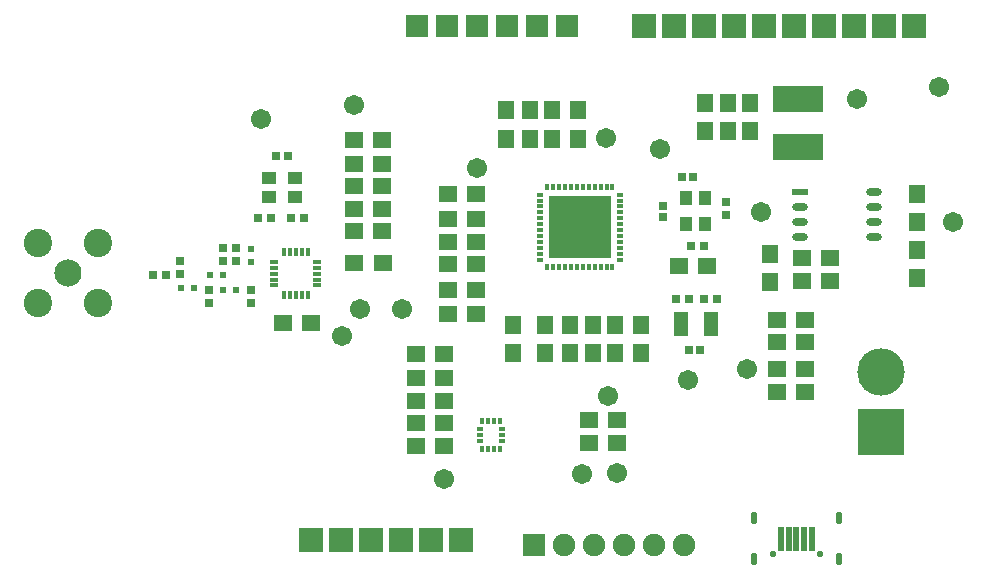
<source format=gts>
G04*
G04 #@! TF.GenerationSoftware,Altium Limited,Altium Designer,22.11.1 (43)*
G04*
G04 Layer_Color=8388736*
%FSLAX44Y44*%
%MOMM*%
G71*
G04*
G04 #@! TF.SameCoordinates,6325C8D2-15E4-4679-A439-48E371F70F26*
G04*
G04*
G04 #@! TF.FilePolarity,Negative*
G04*
G01*
G75*
%ADD44R,1.6000X1.4500*%
%ADD45R,0.5500X2.0000*%
%ADD46R,0.6300X0.3800*%
%ADD47R,0.6400X0.4400*%
%ADD48R,0.4400X0.6400*%
%ADD49R,0.3800X0.6300*%
%ADD50R,5.2800X5.2800*%
%ADD51R,1.3532X0.6332*%
%ADD52O,1.3532X0.6332*%
%ADD53C,1.7032*%
%ADD54R,1.4500X1.6000*%
%ADD55R,0.5750X0.3500*%
%ADD56R,0.3500X0.5750*%
%ADD57R,1.1032X1.2032*%
%ADD58R,1.1032X1.2032*%
%ADD59R,1.2032X1.1032*%
%ADD60R,1.2032X1.1032*%
%ADD61R,1.3032X2.1032*%
%ADD62R,4.2032X2.2032*%
%ADD63R,0.7200X0.6700*%
%ADD64R,0.6700X0.7200*%
%ADD65R,0.5000X0.5000*%
%ADD66R,0.5000X0.5000*%
%ADD67R,0.7000X0.7000*%
%ADD68R,0.7000X0.7000*%
%ADD69C,2.3032*%
%ADD70C,2.4032*%
%ADD71R,1.8500X1.8500*%
%ADD72R,2.0032X2.0032*%
%ADD73C,1.9032*%
%ADD74R,1.9032X1.9032*%
%ADD75R,4.0132X4.0132*%
%ADD76C,4.0132*%
%ADD77C,0.5500*%
G04:AMPARAMS|DCode=78|XSize=1.05mm|YSize=0.45mm|CornerRadius=0.15mm|HoleSize=0mm|Usage=FLASHONLY|Rotation=270.000|XOffset=0mm|YOffset=0mm|HoleType=Round|Shape=RoundedRectangle|*
%AMROUNDEDRECTD78*
21,1,1.0500,0.1500,0,0,270.0*
21,1,0.7500,0.4500,0,0,270.0*
1,1,0.3000,-0.0750,-0.3750*
1,1,0.3000,-0.0750,0.3750*
1,1,0.3000,0.0750,0.3750*
1,1,0.3000,0.0750,-0.3750*
%
%ADD78ROUNDEDRECTD78*%
D44*
X652080Y551180D02*
D03*
X628080D02*
D03*
X652080Y570230D02*
D03*
X628080D02*
D03*
X652080Y589280D02*
D03*
X628080D02*
D03*
Y608330D02*
D03*
X652080D02*
D03*
X628080Y628650D02*
D03*
X652080D02*
D03*
X708090Y582930D02*
D03*
X732090D02*
D03*
X827470Y391160D02*
D03*
X851470D02*
D03*
X827470Y372110D02*
D03*
X851470D02*
D03*
X680720Y447040D02*
D03*
X704720D02*
D03*
X568390Y473710D02*
D03*
X592390D02*
D03*
X1010220Y434340D02*
D03*
X986220D02*
D03*
X708090Y501650D02*
D03*
X732090D02*
D03*
X680720Y426720D02*
D03*
X704720D02*
D03*
X1010220Y415290D02*
D03*
X986220D02*
D03*
Y457200D02*
D03*
X1010220D02*
D03*
X986220Y476250D02*
D03*
X1010220D02*
D03*
X1007810Y509270D02*
D03*
X1031810D02*
D03*
Y528320D02*
D03*
X1007810D02*
D03*
X903670Y521970D02*
D03*
X927670D02*
D03*
X732090Y523240D02*
D03*
X708090D02*
D03*
X732090Y542290D02*
D03*
X708090D02*
D03*
X732090Y561340D02*
D03*
X708090D02*
D03*
Y481330D02*
D03*
X732090D02*
D03*
X704720Y407670D02*
D03*
X680720D02*
D03*
X704720Y388620D02*
D03*
X680720D02*
D03*
X704720Y369570D02*
D03*
X680720D02*
D03*
X628650Y524510D02*
D03*
X652650D02*
D03*
D45*
X1003000Y290830D02*
D03*
X1009500D02*
D03*
X990000D02*
D03*
X996500D02*
D03*
X1016000D02*
D03*
D46*
X785940Y542050D02*
D03*
Y547050D02*
D03*
X853440Y567050D02*
D03*
Y527050D02*
D03*
Y532050D02*
D03*
Y537050D02*
D03*
Y542050D02*
D03*
Y547050D02*
D03*
Y552050D02*
D03*
Y562050D02*
D03*
Y572050D02*
D03*
Y577050D02*
D03*
Y582050D02*
D03*
X785940D02*
D03*
Y577050D02*
D03*
Y572050D02*
D03*
Y567050D02*
D03*
Y562050D02*
D03*
Y557050D02*
D03*
Y552050D02*
D03*
Y537050D02*
D03*
Y532050D02*
D03*
Y527050D02*
D03*
X853440Y557050D02*
D03*
D47*
X597290Y505150D02*
D03*
Y510150D02*
D03*
Y515150D02*
D03*
Y520150D02*
D03*
Y525150D02*
D03*
X560790D02*
D03*
Y520150D02*
D03*
Y515150D02*
D03*
Y510150D02*
D03*
Y505150D02*
D03*
D48*
X589040Y533400D02*
D03*
X584040D02*
D03*
X579040D02*
D03*
X574040D02*
D03*
X569040D02*
D03*
Y496900D02*
D03*
X574040D02*
D03*
X579040D02*
D03*
X584040D02*
D03*
X589040D02*
D03*
D49*
X847190Y588300D02*
D03*
X842190D02*
D03*
X837190D02*
D03*
X832190D02*
D03*
X827190D02*
D03*
X822190D02*
D03*
X817190D02*
D03*
X812190D02*
D03*
X807190D02*
D03*
X802190D02*
D03*
X797190D02*
D03*
X792190D02*
D03*
Y520800D02*
D03*
X797190D02*
D03*
X802190D02*
D03*
X807190D02*
D03*
X812190D02*
D03*
X817190D02*
D03*
X822190D02*
D03*
X827190D02*
D03*
X832190D02*
D03*
X837190D02*
D03*
X842190D02*
D03*
X847190D02*
D03*
D50*
X819658Y554482D02*
D03*
D51*
X1005840Y584200D02*
D03*
D52*
Y571500D02*
D03*
Y558800D02*
D03*
Y546100D02*
D03*
X1068840Y584200D02*
D03*
Y571500D02*
D03*
Y558800D02*
D03*
Y546100D02*
D03*
D53*
X1054100Y662940D02*
D03*
X1135380Y558800D02*
D03*
X961390Y434340D02*
D03*
X972820Y567690D02*
D03*
X1123950Y673100D02*
D03*
X850900Y346710D02*
D03*
X732790Y604520D02*
D03*
X669290Y485140D02*
D03*
X618490Y462280D02*
D03*
X633730Y485140D02*
D03*
X842010Y629920D02*
D03*
X843280Y411480D02*
D03*
X821690Y345440D02*
D03*
X887730Y621030D02*
D03*
X911365Y424955D02*
D03*
X704850Y341630D02*
D03*
X628650Y657860D02*
D03*
X549910Y646430D02*
D03*
D54*
X1104900Y558800D02*
D03*
Y582800D02*
D03*
X963930Y635700D02*
D03*
Y659700D02*
D03*
X980440Y508130D02*
D03*
Y532130D02*
D03*
X1104900Y511240D02*
D03*
Y535240D02*
D03*
X789940Y447740D02*
D03*
Y471740D02*
D03*
X817880Y653350D02*
D03*
Y629350D02*
D03*
X763270Y447740D02*
D03*
Y471740D02*
D03*
X871220Y447740D02*
D03*
Y471740D02*
D03*
X796290Y653350D02*
D03*
Y629350D02*
D03*
X811530Y471740D02*
D03*
Y447740D02*
D03*
X830580Y471740D02*
D03*
Y447740D02*
D03*
X849630Y471740D02*
D03*
Y447740D02*
D03*
X756920Y653350D02*
D03*
Y629350D02*
D03*
X777240D02*
D03*
Y653350D02*
D03*
X925830Y635700D02*
D03*
Y659700D02*
D03*
X944880Y635700D02*
D03*
Y659700D02*
D03*
D55*
X735095Y383460D02*
D03*
Y378460D02*
D03*
Y373460D02*
D03*
X753345D02*
D03*
Y378460D02*
D03*
Y383460D02*
D03*
D56*
X736720Y366835D02*
D03*
X741720D02*
D03*
X746720D02*
D03*
X751720D02*
D03*
Y390085D02*
D03*
X746720D02*
D03*
X741720D02*
D03*
X736720D02*
D03*
D57*
X925830Y557530D02*
D03*
X909830Y579530D02*
D03*
X925830D02*
D03*
D58*
X909830Y557530D02*
D03*
D59*
X556260Y580390D02*
D03*
X578260Y596390D02*
D03*
Y580390D02*
D03*
D60*
X556260Y596390D02*
D03*
D61*
X930510Y472440D02*
D03*
X905510D02*
D03*
D62*
X1004570Y622120D02*
D03*
Y663120D02*
D03*
D63*
X890270Y572490D02*
D03*
Y562890D02*
D03*
D64*
X921740Y450850D02*
D03*
X912140D02*
D03*
X905790Y596900D02*
D03*
X915390D02*
D03*
X572210Y614680D02*
D03*
X562610D02*
D03*
D65*
X517740Y501650D02*
D03*
X528740D02*
D03*
X506310Y514350D02*
D03*
X517310D02*
D03*
X482180Y502920D02*
D03*
X493180D02*
D03*
D66*
X541020Y525360D02*
D03*
Y536360D02*
D03*
D67*
X900860Y494030D02*
D03*
X911860D02*
D03*
X924560D02*
D03*
X935560D02*
D03*
X924980Y538480D02*
D03*
X913980D02*
D03*
X469050Y514350D02*
D03*
X458050D02*
D03*
X528740Y525780D02*
D03*
X517740D02*
D03*
Y537210D02*
D03*
X528740D02*
D03*
X546950Y562610D02*
D03*
X557950D02*
D03*
X585890Y562610D02*
D03*
X574890D02*
D03*
D68*
X943610Y564730D02*
D03*
Y575730D02*
D03*
X541020Y501650D02*
D03*
Y490650D02*
D03*
X505460Y501650D02*
D03*
Y490650D02*
D03*
X481330Y526200D02*
D03*
Y515200D02*
D03*
D69*
X386080Y515620D02*
D03*
D70*
X360580Y490120D02*
D03*
Y541120D02*
D03*
X411580Y490120D02*
D03*
Y541120D02*
D03*
D71*
X808990Y725170D02*
D03*
X783590D02*
D03*
X758190D02*
D03*
X732790D02*
D03*
X707390D02*
D03*
X681990D02*
D03*
D72*
X718820Y289560D02*
D03*
X693420D02*
D03*
X668020D02*
D03*
X642620D02*
D03*
X617220D02*
D03*
X591820D02*
D03*
X1102360Y725170D02*
D03*
X1076960D02*
D03*
X1051560D02*
D03*
X1026160D02*
D03*
X1000760D02*
D03*
X975360D02*
D03*
X949960D02*
D03*
X924560D02*
D03*
X899160D02*
D03*
X873760D02*
D03*
D73*
X882650Y285750D02*
D03*
X857250D02*
D03*
X831850D02*
D03*
X806450D02*
D03*
X908050D02*
D03*
D74*
X781050D02*
D03*
D75*
X1074420Y381000D02*
D03*
D76*
Y431800D02*
D03*
D77*
X983000Y277830D02*
D03*
X1023000D02*
D03*
D78*
X967250Y308080D02*
D03*
Y273580D02*
D03*
X1038750D02*
D03*
Y308080D02*
D03*
M02*

</source>
